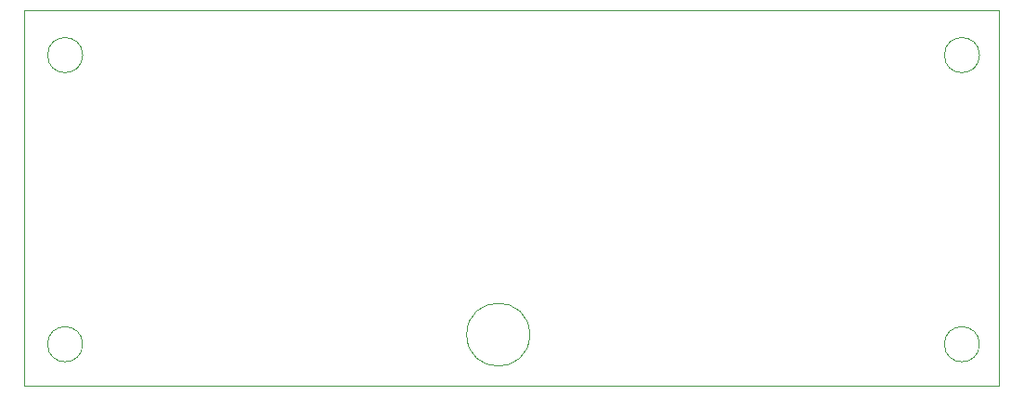
<source format=gm1>
G04 #@! TF.GenerationSoftware,KiCad,Pcbnew,5.1.5*
G04 #@! TF.CreationDate,2020-05-20T18:02:06-05:00*
G04 #@! TF.ProjectId,kdi574,6b646935-3734-42e6-9b69-6361645f7063,v01*
G04 #@! TF.SameCoordinates,Original*
G04 #@! TF.FileFunction,Profile,NP*
%FSLAX46Y46*%
G04 Gerber Fmt 4.6, Leading zero omitted, Abs format (unit mm)*
G04 Created by KiCad (PCBNEW 5.1.5) date 2020-05-20 18:02:06*
%MOMM*%
%LPD*%
G04 APERTURE LIST*
%ADD10C,0.120000*%
%ADD11C,0.050000*%
%ADD12C,0.025400*%
G04 APERTURE END LIST*
D10*
X159073682Y-105664000D02*
G75*
G03X159073682Y-105664000I-2873682J0D01*
G01*
D11*
X200089800Y-106537500D02*
G75*
G03X200089800Y-106537500I-1600000J0D01*
G01*
X200089800Y-80137500D02*
G75*
G03X200089800Y-80137500I-1600000J0D01*
G01*
X118301800Y-80137500D02*
G75*
G03X118301800Y-80137500I-1600000J0D01*
G01*
X118301800Y-106537500D02*
G75*
G03X118301800Y-106537500I-1600000J0D01*
G01*
D12*
X113000000Y-110290000D02*
X113000000Y-76000000D01*
X113000000Y-110290000D02*
X201900000Y-110290000D01*
D11*
X201900000Y-76000000D02*
X201900000Y-110290000D01*
D12*
X113000000Y-76000000D02*
X201900000Y-76000000D01*
M02*

</source>
